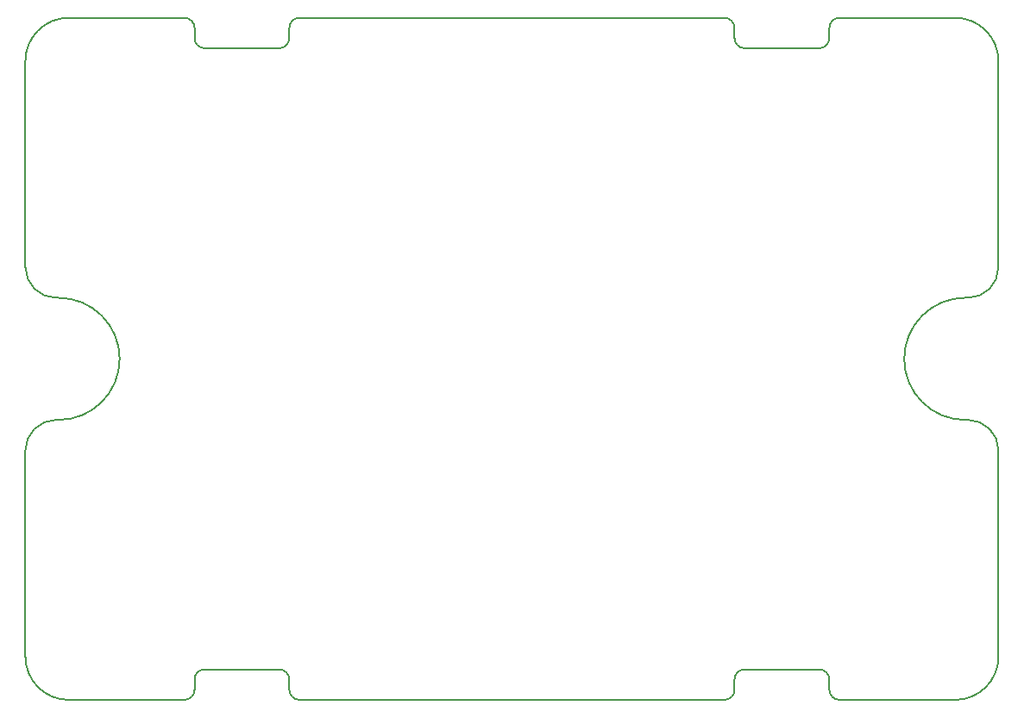
<source format=gm1>
G04 #@! TF.GenerationSoftware,KiCad,Pcbnew,(5.1.5)-3*
G04 #@! TF.CreationDate,2020-01-27T10:14:26+03:00*
G04 #@! TF.ProjectId,UBD,5542442e-6b69-4636-9164-5f7063625858,rev?*
G04 #@! TF.SameCoordinates,Original*
G04 #@! TF.FileFunction,Profile,NP*
%FSLAX46Y46*%
G04 Gerber Fmt 4.6, Leading zero omitted, Abs format (unit mm)*
G04 Created by KiCad (PCBNEW (5.1.5)-3) date 2020-01-27 10:14:26*
%MOMM*%
%LPD*%
G04 APERTURE LIST*
%ADD10C,0.200000*%
G04 APERTURE END LIST*
D10*
X27675000Y-123100000D02*
X27925000Y-123100000D01*
X115924999Y-95600000D02*
X104574999Y-95600000D01*
X103574999Y-96600000D02*
X103574999Y-97600000D01*
X102574999Y-98600000D02*
X95274999Y-98600000D01*
X117174999Y-135100000D02*
X116924999Y-135100000D01*
X41275000Y-97600000D02*
X41275000Y-96600000D01*
X116924999Y-123100000D02*
X117174999Y-123100000D01*
X94275000Y-97600000D02*
X94275000Y-96600000D01*
X50575000Y-96600000D02*
X50575000Y-97600000D01*
X120174999Y-158350000D02*
X120174999Y-138100000D01*
X93275000Y-95600000D02*
X51575000Y-95600000D01*
X24675000Y-99850000D02*
X24675000Y-120100000D01*
X103574999Y-160600000D02*
X103574999Y-161600000D01*
X120174999Y-120100000D02*
X120174999Y-99850000D01*
X40275000Y-95600000D02*
X28925000Y-95600000D01*
X104574999Y-162600000D02*
X115924999Y-162600000D01*
X94275000Y-161600000D02*
X94275000Y-160600000D01*
X51575000Y-162600000D02*
X93275000Y-162600000D01*
X50575000Y-160600000D02*
X50575000Y-161600000D01*
X41275000Y-161600000D02*
X41275000Y-160600000D01*
X42275000Y-159600000D02*
X49575000Y-159600000D01*
X95274999Y-159600000D02*
X102574999Y-159600000D01*
X24675000Y-138100000D02*
X24675000Y-158350000D01*
X28925000Y-162600000D02*
X40275000Y-162600000D01*
X27925000Y-123100000D02*
G75*
G02X27925000Y-135100000I0J-6000000D01*
G01*
X24675000Y-138100000D02*
G75*
G02X27675000Y-135100000I3000000J0D01*
G01*
X28925000Y-162600000D02*
G75*
G02X24675000Y-158350000I0J4250000D01*
G01*
X103574999Y-96600000D02*
G75*
G02X104574999Y-95600000I1000000J0D01*
G01*
X120174999Y-120100000D02*
G75*
G02X117174999Y-123100000I-3000000J0D01*
G01*
X94274999Y-161600000D02*
G75*
G02X93275000Y-162599999I-999999J0D01*
G01*
X115924999Y-95600000D02*
G75*
G02X120174999Y-99850000I0J-4250000D01*
G01*
X42275000Y-98600000D02*
G75*
G02X41275000Y-97600000I0J1000000D01*
G01*
X41274999Y-160600000D02*
G75*
G02X42275000Y-159599999I1000001J0D01*
G01*
X24675000Y-99850000D02*
G75*
G02X28925000Y-95600000I4250000J0D01*
G01*
X51575000Y-162600000D02*
G75*
G02X50575000Y-161600000I0J1000000D01*
G01*
X120174999Y-158350000D02*
G75*
G02X115924999Y-162600000I-4250000J0D01*
G01*
X117174999Y-135100000D02*
G75*
G02X120174999Y-138100000I0J-3000000D01*
G01*
X95274999Y-98599999D02*
G75*
G02X94275000Y-97600000I0J999999D01*
G01*
X116924999Y-135100000D02*
G75*
G02X116924999Y-123100000I0J6000000D01*
G01*
X103574999Y-97600000D02*
G75*
G02X102574999Y-98600000I-1000000J0D01*
G01*
X41275000Y-161600000D02*
G75*
G02X40275000Y-162600000I-1000000J0D01*
G01*
X49575000Y-159600000D02*
G75*
G02X50575000Y-160600000I0J-1000000D01*
G01*
X94274999Y-160600000D02*
G75*
G02X95274999Y-159600000I1000000J0D01*
G01*
X93275000Y-95600000D02*
G75*
G02X94275000Y-96600000I0J-1000000D01*
G01*
X50575001Y-96600000D02*
G75*
G02X51575000Y-95600001I999999J0D01*
G01*
X40275000Y-95600000D02*
G75*
G02X41275000Y-96600000I0J-1000000D01*
G01*
X102574999Y-159600000D02*
G75*
G02X103574999Y-160600000I0J-1000000D01*
G01*
X50575001Y-97600000D02*
G75*
G02X49575000Y-98600001I-1000001J0D01*
G01*
X27675000Y-123100000D02*
G75*
G02X24675000Y-120100000I0J3000000D01*
G01*
X104574999Y-162600000D02*
G75*
G02X103574999Y-161600000I0J1000000D01*
G01*
X27925000Y-135100000D02*
X27675000Y-135100000D01*
X49575000Y-98600000D02*
X42275000Y-98600000D01*
M02*

</source>
